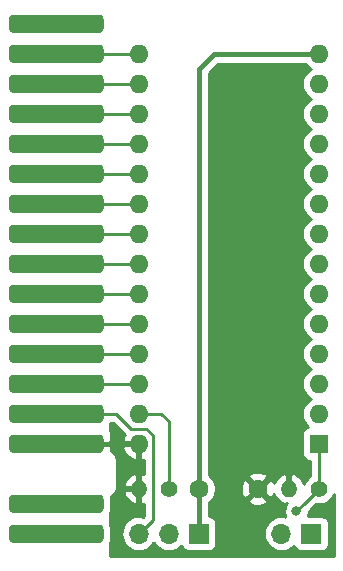
<source format=gtl>
G04 #@! TF.GenerationSoftware,KiCad,Pcbnew,(5.1.2-1)-1*
G04 #@! TF.CreationDate,2022-05-30T01:02:16+02:00*
G04 #@! TF.ProjectId,cart28p,63617274-3238-4702-9e6b-696361645f70,rev?*
G04 #@! TF.SameCoordinates,Original*
G04 #@! TF.FileFunction,Copper,L1,Top*
G04 #@! TF.FilePolarity,Positive*
%FSLAX46Y46*%
G04 Gerber Fmt 4.6, Leading zero omitted, Abs format (unit mm)*
G04 Created by KiCad (PCBNEW (5.1.2-1)-1) date 2022-05-30 01:02:16*
%MOMM*%
%LPD*%
G04 APERTURE LIST*
%ADD10C,0.150000*%
%ADD11C,1.524000*%
%ADD12R,1.600000X1.600000*%
%ADD13O,1.600000X1.600000*%
%ADD14C,1.600000*%
%ADD15O,1.400000X1.400000*%
%ADD16C,1.400000*%
%ADD17O,1.700000X1.700000*%
%ADD18R,1.700000X1.700000*%
%ADD19C,0.800000*%
%ADD20C,0.400000*%
%ADD21C,0.250000*%
%ADD22C,0.254000*%
G04 APERTURE END LIST*
D10*
G36*
X63346345Y-29719835D02*
G01*
X63383329Y-29725321D01*
X63419598Y-29734406D01*
X63454802Y-29747002D01*
X63488602Y-29762988D01*
X63520672Y-29782210D01*
X63550704Y-29804483D01*
X63578408Y-29829592D01*
X63603517Y-29857296D01*
X63625790Y-29887328D01*
X63645012Y-29919398D01*
X63660998Y-29953198D01*
X63673594Y-29988402D01*
X63682679Y-30024671D01*
X63688165Y-30061655D01*
X63690000Y-30099000D01*
X63690000Y-30861000D01*
X63688165Y-30898345D01*
X63682679Y-30935329D01*
X63673594Y-30971598D01*
X63660998Y-31006802D01*
X63645012Y-31040602D01*
X63625790Y-31072672D01*
X63603517Y-31102704D01*
X63578408Y-31130408D01*
X63550704Y-31155517D01*
X63520672Y-31177790D01*
X63488602Y-31197012D01*
X63454802Y-31212998D01*
X63419598Y-31225594D01*
X63383329Y-31234679D01*
X63346345Y-31240165D01*
X63309000Y-31242000D01*
X56071000Y-31242000D01*
X56033655Y-31240165D01*
X55996671Y-31234679D01*
X55960402Y-31225594D01*
X55925198Y-31212998D01*
X55891398Y-31197012D01*
X55859328Y-31177790D01*
X55829296Y-31155517D01*
X55801592Y-31130408D01*
X55776483Y-31102704D01*
X55754210Y-31072672D01*
X55734988Y-31040602D01*
X55719002Y-31006802D01*
X55706406Y-30971598D01*
X55697321Y-30935329D01*
X55691835Y-30898345D01*
X55690000Y-30861000D01*
X55690000Y-30099000D01*
X55691835Y-30061655D01*
X55697321Y-30024671D01*
X55706406Y-29988402D01*
X55719002Y-29953198D01*
X55734988Y-29919398D01*
X55754210Y-29887328D01*
X55776483Y-29857296D01*
X55801592Y-29829592D01*
X55829296Y-29804483D01*
X55859328Y-29782210D01*
X55891398Y-29762988D01*
X55925198Y-29747002D01*
X55960402Y-29734406D01*
X55996671Y-29725321D01*
X56033655Y-29719835D01*
X56071000Y-29718000D01*
X63309000Y-29718000D01*
X63346345Y-29719835D01*
X63346345Y-29719835D01*
G37*
D11*
X59690000Y-30480000D03*
D10*
G36*
X63346345Y-32259835D02*
G01*
X63383329Y-32265321D01*
X63419598Y-32274406D01*
X63454802Y-32287002D01*
X63488602Y-32302988D01*
X63520672Y-32322210D01*
X63550704Y-32344483D01*
X63578408Y-32369592D01*
X63603517Y-32397296D01*
X63625790Y-32427328D01*
X63645012Y-32459398D01*
X63660998Y-32493198D01*
X63673594Y-32528402D01*
X63682679Y-32564671D01*
X63688165Y-32601655D01*
X63690000Y-32639000D01*
X63690000Y-33401000D01*
X63688165Y-33438345D01*
X63682679Y-33475329D01*
X63673594Y-33511598D01*
X63660998Y-33546802D01*
X63645012Y-33580602D01*
X63625790Y-33612672D01*
X63603517Y-33642704D01*
X63578408Y-33670408D01*
X63550704Y-33695517D01*
X63520672Y-33717790D01*
X63488602Y-33737012D01*
X63454802Y-33752998D01*
X63419598Y-33765594D01*
X63383329Y-33774679D01*
X63346345Y-33780165D01*
X63309000Y-33782000D01*
X56071000Y-33782000D01*
X56033655Y-33780165D01*
X55996671Y-33774679D01*
X55960402Y-33765594D01*
X55925198Y-33752998D01*
X55891398Y-33737012D01*
X55859328Y-33717790D01*
X55829296Y-33695517D01*
X55801592Y-33670408D01*
X55776483Y-33642704D01*
X55754210Y-33612672D01*
X55734988Y-33580602D01*
X55719002Y-33546802D01*
X55706406Y-33511598D01*
X55697321Y-33475329D01*
X55691835Y-33438345D01*
X55690000Y-33401000D01*
X55690000Y-32639000D01*
X55691835Y-32601655D01*
X55697321Y-32564671D01*
X55706406Y-32528402D01*
X55719002Y-32493198D01*
X55734988Y-32459398D01*
X55754210Y-32427328D01*
X55776483Y-32397296D01*
X55801592Y-32369592D01*
X55829296Y-32344483D01*
X55859328Y-32322210D01*
X55891398Y-32302988D01*
X55925198Y-32287002D01*
X55960402Y-32274406D01*
X55996671Y-32265321D01*
X56033655Y-32259835D01*
X56071000Y-32258000D01*
X63309000Y-32258000D01*
X63346345Y-32259835D01*
X63346345Y-32259835D01*
G37*
D11*
X59690000Y-33020000D03*
D10*
G36*
X63346345Y-34799835D02*
G01*
X63383329Y-34805321D01*
X63419598Y-34814406D01*
X63454802Y-34827002D01*
X63488602Y-34842988D01*
X63520672Y-34862210D01*
X63550704Y-34884483D01*
X63578408Y-34909592D01*
X63603517Y-34937296D01*
X63625790Y-34967328D01*
X63645012Y-34999398D01*
X63660998Y-35033198D01*
X63673594Y-35068402D01*
X63682679Y-35104671D01*
X63688165Y-35141655D01*
X63690000Y-35179000D01*
X63690000Y-35941000D01*
X63688165Y-35978345D01*
X63682679Y-36015329D01*
X63673594Y-36051598D01*
X63660998Y-36086802D01*
X63645012Y-36120602D01*
X63625790Y-36152672D01*
X63603517Y-36182704D01*
X63578408Y-36210408D01*
X63550704Y-36235517D01*
X63520672Y-36257790D01*
X63488602Y-36277012D01*
X63454802Y-36292998D01*
X63419598Y-36305594D01*
X63383329Y-36314679D01*
X63346345Y-36320165D01*
X63309000Y-36322000D01*
X56071000Y-36322000D01*
X56033655Y-36320165D01*
X55996671Y-36314679D01*
X55960402Y-36305594D01*
X55925198Y-36292998D01*
X55891398Y-36277012D01*
X55859328Y-36257790D01*
X55829296Y-36235517D01*
X55801592Y-36210408D01*
X55776483Y-36182704D01*
X55754210Y-36152672D01*
X55734988Y-36120602D01*
X55719002Y-36086802D01*
X55706406Y-36051598D01*
X55697321Y-36015329D01*
X55691835Y-35978345D01*
X55690000Y-35941000D01*
X55690000Y-35179000D01*
X55691835Y-35141655D01*
X55697321Y-35104671D01*
X55706406Y-35068402D01*
X55719002Y-35033198D01*
X55734988Y-34999398D01*
X55754210Y-34967328D01*
X55776483Y-34937296D01*
X55801592Y-34909592D01*
X55829296Y-34884483D01*
X55859328Y-34862210D01*
X55891398Y-34842988D01*
X55925198Y-34827002D01*
X55960402Y-34814406D01*
X55996671Y-34805321D01*
X56033655Y-34799835D01*
X56071000Y-34798000D01*
X63309000Y-34798000D01*
X63346345Y-34799835D01*
X63346345Y-34799835D01*
G37*
D11*
X59690000Y-35560000D03*
D10*
G36*
X63346345Y-37339835D02*
G01*
X63383329Y-37345321D01*
X63419598Y-37354406D01*
X63454802Y-37367002D01*
X63488602Y-37382988D01*
X63520672Y-37402210D01*
X63550704Y-37424483D01*
X63578408Y-37449592D01*
X63603517Y-37477296D01*
X63625790Y-37507328D01*
X63645012Y-37539398D01*
X63660998Y-37573198D01*
X63673594Y-37608402D01*
X63682679Y-37644671D01*
X63688165Y-37681655D01*
X63690000Y-37719000D01*
X63690000Y-38481000D01*
X63688165Y-38518345D01*
X63682679Y-38555329D01*
X63673594Y-38591598D01*
X63660998Y-38626802D01*
X63645012Y-38660602D01*
X63625790Y-38692672D01*
X63603517Y-38722704D01*
X63578408Y-38750408D01*
X63550704Y-38775517D01*
X63520672Y-38797790D01*
X63488602Y-38817012D01*
X63454802Y-38832998D01*
X63419598Y-38845594D01*
X63383329Y-38854679D01*
X63346345Y-38860165D01*
X63309000Y-38862000D01*
X56071000Y-38862000D01*
X56033655Y-38860165D01*
X55996671Y-38854679D01*
X55960402Y-38845594D01*
X55925198Y-38832998D01*
X55891398Y-38817012D01*
X55859328Y-38797790D01*
X55829296Y-38775517D01*
X55801592Y-38750408D01*
X55776483Y-38722704D01*
X55754210Y-38692672D01*
X55734988Y-38660602D01*
X55719002Y-38626802D01*
X55706406Y-38591598D01*
X55697321Y-38555329D01*
X55691835Y-38518345D01*
X55690000Y-38481000D01*
X55690000Y-37719000D01*
X55691835Y-37681655D01*
X55697321Y-37644671D01*
X55706406Y-37608402D01*
X55719002Y-37573198D01*
X55734988Y-37539398D01*
X55754210Y-37507328D01*
X55776483Y-37477296D01*
X55801592Y-37449592D01*
X55829296Y-37424483D01*
X55859328Y-37402210D01*
X55891398Y-37382988D01*
X55925198Y-37367002D01*
X55960402Y-37354406D01*
X55996671Y-37345321D01*
X56033655Y-37339835D01*
X56071000Y-37338000D01*
X63309000Y-37338000D01*
X63346345Y-37339835D01*
X63346345Y-37339835D01*
G37*
D11*
X59690000Y-38100000D03*
D10*
G36*
X63346345Y-39879835D02*
G01*
X63383329Y-39885321D01*
X63419598Y-39894406D01*
X63454802Y-39907002D01*
X63488602Y-39922988D01*
X63520672Y-39942210D01*
X63550704Y-39964483D01*
X63578408Y-39989592D01*
X63603517Y-40017296D01*
X63625790Y-40047328D01*
X63645012Y-40079398D01*
X63660998Y-40113198D01*
X63673594Y-40148402D01*
X63682679Y-40184671D01*
X63688165Y-40221655D01*
X63690000Y-40259000D01*
X63690000Y-41021000D01*
X63688165Y-41058345D01*
X63682679Y-41095329D01*
X63673594Y-41131598D01*
X63660998Y-41166802D01*
X63645012Y-41200602D01*
X63625790Y-41232672D01*
X63603517Y-41262704D01*
X63578408Y-41290408D01*
X63550704Y-41315517D01*
X63520672Y-41337790D01*
X63488602Y-41357012D01*
X63454802Y-41372998D01*
X63419598Y-41385594D01*
X63383329Y-41394679D01*
X63346345Y-41400165D01*
X63309000Y-41402000D01*
X56071000Y-41402000D01*
X56033655Y-41400165D01*
X55996671Y-41394679D01*
X55960402Y-41385594D01*
X55925198Y-41372998D01*
X55891398Y-41357012D01*
X55859328Y-41337790D01*
X55829296Y-41315517D01*
X55801592Y-41290408D01*
X55776483Y-41262704D01*
X55754210Y-41232672D01*
X55734988Y-41200602D01*
X55719002Y-41166802D01*
X55706406Y-41131598D01*
X55697321Y-41095329D01*
X55691835Y-41058345D01*
X55690000Y-41021000D01*
X55690000Y-40259000D01*
X55691835Y-40221655D01*
X55697321Y-40184671D01*
X55706406Y-40148402D01*
X55719002Y-40113198D01*
X55734988Y-40079398D01*
X55754210Y-40047328D01*
X55776483Y-40017296D01*
X55801592Y-39989592D01*
X55829296Y-39964483D01*
X55859328Y-39942210D01*
X55891398Y-39922988D01*
X55925198Y-39907002D01*
X55960402Y-39894406D01*
X55996671Y-39885321D01*
X56033655Y-39879835D01*
X56071000Y-39878000D01*
X63309000Y-39878000D01*
X63346345Y-39879835D01*
X63346345Y-39879835D01*
G37*
D11*
X59690000Y-40640000D03*
D10*
G36*
X63346345Y-42419835D02*
G01*
X63383329Y-42425321D01*
X63419598Y-42434406D01*
X63454802Y-42447002D01*
X63488602Y-42462988D01*
X63520672Y-42482210D01*
X63550704Y-42504483D01*
X63578408Y-42529592D01*
X63603517Y-42557296D01*
X63625790Y-42587328D01*
X63645012Y-42619398D01*
X63660998Y-42653198D01*
X63673594Y-42688402D01*
X63682679Y-42724671D01*
X63688165Y-42761655D01*
X63690000Y-42799000D01*
X63690000Y-43561000D01*
X63688165Y-43598345D01*
X63682679Y-43635329D01*
X63673594Y-43671598D01*
X63660998Y-43706802D01*
X63645012Y-43740602D01*
X63625790Y-43772672D01*
X63603517Y-43802704D01*
X63578408Y-43830408D01*
X63550704Y-43855517D01*
X63520672Y-43877790D01*
X63488602Y-43897012D01*
X63454802Y-43912998D01*
X63419598Y-43925594D01*
X63383329Y-43934679D01*
X63346345Y-43940165D01*
X63309000Y-43942000D01*
X56071000Y-43942000D01*
X56033655Y-43940165D01*
X55996671Y-43934679D01*
X55960402Y-43925594D01*
X55925198Y-43912998D01*
X55891398Y-43897012D01*
X55859328Y-43877790D01*
X55829296Y-43855517D01*
X55801592Y-43830408D01*
X55776483Y-43802704D01*
X55754210Y-43772672D01*
X55734988Y-43740602D01*
X55719002Y-43706802D01*
X55706406Y-43671598D01*
X55697321Y-43635329D01*
X55691835Y-43598345D01*
X55690000Y-43561000D01*
X55690000Y-42799000D01*
X55691835Y-42761655D01*
X55697321Y-42724671D01*
X55706406Y-42688402D01*
X55719002Y-42653198D01*
X55734988Y-42619398D01*
X55754210Y-42587328D01*
X55776483Y-42557296D01*
X55801592Y-42529592D01*
X55829296Y-42504483D01*
X55859328Y-42482210D01*
X55891398Y-42462988D01*
X55925198Y-42447002D01*
X55960402Y-42434406D01*
X55996671Y-42425321D01*
X56033655Y-42419835D01*
X56071000Y-42418000D01*
X63309000Y-42418000D01*
X63346345Y-42419835D01*
X63346345Y-42419835D01*
G37*
D11*
X59690000Y-43180000D03*
D10*
G36*
X63346345Y-44959835D02*
G01*
X63383329Y-44965321D01*
X63419598Y-44974406D01*
X63454802Y-44987002D01*
X63488602Y-45002988D01*
X63520672Y-45022210D01*
X63550704Y-45044483D01*
X63578408Y-45069592D01*
X63603517Y-45097296D01*
X63625790Y-45127328D01*
X63645012Y-45159398D01*
X63660998Y-45193198D01*
X63673594Y-45228402D01*
X63682679Y-45264671D01*
X63688165Y-45301655D01*
X63690000Y-45339000D01*
X63690000Y-46101000D01*
X63688165Y-46138345D01*
X63682679Y-46175329D01*
X63673594Y-46211598D01*
X63660998Y-46246802D01*
X63645012Y-46280602D01*
X63625790Y-46312672D01*
X63603517Y-46342704D01*
X63578408Y-46370408D01*
X63550704Y-46395517D01*
X63520672Y-46417790D01*
X63488602Y-46437012D01*
X63454802Y-46452998D01*
X63419598Y-46465594D01*
X63383329Y-46474679D01*
X63346345Y-46480165D01*
X63309000Y-46482000D01*
X56071000Y-46482000D01*
X56033655Y-46480165D01*
X55996671Y-46474679D01*
X55960402Y-46465594D01*
X55925198Y-46452998D01*
X55891398Y-46437012D01*
X55859328Y-46417790D01*
X55829296Y-46395517D01*
X55801592Y-46370408D01*
X55776483Y-46342704D01*
X55754210Y-46312672D01*
X55734988Y-46280602D01*
X55719002Y-46246802D01*
X55706406Y-46211598D01*
X55697321Y-46175329D01*
X55691835Y-46138345D01*
X55690000Y-46101000D01*
X55690000Y-45339000D01*
X55691835Y-45301655D01*
X55697321Y-45264671D01*
X55706406Y-45228402D01*
X55719002Y-45193198D01*
X55734988Y-45159398D01*
X55754210Y-45127328D01*
X55776483Y-45097296D01*
X55801592Y-45069592D01*
X55829296Y-45044483D01*
X55859328Y-45022210D01*
X55891398Y-45002988D01*
X55925198Y-44987002D01*
X55960402Y-44974406D01*
X55996671Y-44965321D01*
X56033655Y-44959835D01*
X56071000Y-44958000D01*
X63309000Y-44958000D01*
X63346345Y-44959835D01*
X63346345Y-44959835D01*
G37*
D11*
X59690000Y-45720000D03*
D10*
G36*
X63346345Y-47499835D02*
G01*
X63383329Y-47505321D01*
X63419598Y-47514406D01*
X63454802Y-47527002D01*
X63488602Y-47542988D01*
X63520672Y-47562210D01*
X63550704Y-47584483D01*
X63578408Y-47609592D01*
X63603517Y-47637296D01*
X63625790Y-47667328D01*
X63645012Y-47699398D01*
X63660998Y-47733198D01*
X63673594Y-47768402D01*
X63682679Y-47804671D01*
X63688165Y-47841655D01*
X63690000Y-47879000D01*
X63690000Y-48641000D01*
X63688165Y-48678345D01*
X63682679Y-48715329D01*
X63673594Y-48751598D01*
X63660998Y-48786802D01*
X63645012Y-48820602D01*
X63625790Y-48852672D01*
X63603517Y-48882704D01*
X63578408Y-48910408D01*
X63550704Y-48935517D01*
X63520672Y-48957790D01*
X63488602Y-48977012D01*
X63454802Y-48992998D01*
X63419598Y-49005594D01*
X63383329Y-49014679D01*
X63346345Y-49020165D01*
X63309000Y-49022000D01*
X56071000Y-49022000D01*
X56033655Y-49020165D01*
X55996671Y-49014679D01*
X55960402Y-49005594D01*
X55925198Y-48992998D01*
X55891398Y-48977012D01*
X55859328Y-48957790D01*
X55829296Y-48935517D01*
X55801592Y-48910408D01*
X55776483Y-48882704D01*
X55754210Y-48852672D01*
X55734988Y-48820602D01*
X55719002Y-48786802D01*
X55706406Y-48751598D01*
X55697321Y-48715329D01*
X55691835Y-48678345D01*
X55690000Y-48641000D01*
X55690000Y-47879000D01*
X55691835Y-47841655D01*
X55697321Y-47804671D01*
X55706406Y-47768402D01*
X55719002Y-47733198D01*
X55734988Y-47699398D01*
X55754210Y-47667328D01*
X55776483Y-47637296D01*
X55801592Y-47609592D01*
X55829296Y-47584483D01*
X55859328Y-47562210D01*
X55891398Y-47542988D01*
X55925198Y-47527002D01*
X55960402Y-47514406D01*
X55996671Y-47505321D01*
X56033655Y-47499835D01*
X56071000Y-47498000D01*
X63309000Y-47498000D01*
X63346345Y-47499835D01*
X63346345Y-47499835D01*
G37*
D11*
X59690000Y-48260000D03*
D10*
G36*
X63346345Y-50039835D02*
G01*
X63383329Y-50045321D01*
X63419598Y-50054406D01*
X63454802Y-50067002D01*
X63488602Y-50082988D01*
X63520672Y-50102210D01*
X63550704Y-50124483D01*
X63578408Y-50149592D01*
X63603517Y-50177296D01*
X63625790Y-50207328D01*
X63645012Y-50239398D01*
X63660998Y-50273198D01*
X63673594Y-50308402D01*
X63682679Y-50344671D01*
X63688165Y-50381655D01*
X63690000Y-50419000D01*
X63690000Y-51181000D01*
X63688165Y-51218345D01*
X63682679Y-51255329D01*
X63673594Y-51291598D01*
X63660998Y-51326802D01*
X63645012Y-51360602D01*
X63625790Y-51392672D01*
X63603517Y-51422704D01*
X63578408Y-51450408D01*
X63550704Y-51475517D01*
X63520672Y-51497790D01*
X63488602Y-51517012D01*
X63454802Y-51532998D01*
X63419598Y-51545594D01*
X63383329Y-51554679D01*
X63346345Y-51560165D01*
X63309000Y-51562000D01*
X56071000Y-51562000D01*
X56033655Y-51560165D01*
X55996671Y-51554679D01*
X55960402Y-51545594D01*
X55925198Y-51532998D01*
X55891398Y-51517012D01*
X55859328Y-51497790D01*
X55829296Y-51475517D01*
X55801592Y-51450408D01*
X55776483Y-51422704D01*
X55754210Y-51392672D01*
X55734988Y-51360602D01*
X55719002Y-51326802D01*
X55706406Y-51291598D01*
X55697321Y-51255329D01*
X55691835Y-51218345D01*
X55690000Y-51181000D01*
X55690000Y-50419000D01*
X55691835Y-50381655D01*
X55697321Y-50344671D01*
X55706406Y-50308402D01*
X55719002Y-50273198D01*
X55734988Y-50239398D01*
X55754210Y-50207328D01*
X55776483Y-50177296D01*
X55801592Y-50149592D01*
X55829296Y-50124483D01*
X55859328Y-50102210D01*
X55891398Y-50082988D01*
X55925198Y-50067002D01*
X55960402Y-50054406D01*
X55996671Y-50045321D01*
X56033655Y-50039835D01*
X56071000Y-50038000D01*
X63309000Y-50038000D01*
X63346345Y-50039835D01*
X63346345Y-50039835D01*
G37*
D11*
X59690000Y-50800000D03*
D10*
G36*
X63346345Y-52579835D02*
G01*
X63383329Y-52585321D01*
X63419598Y-52594406D01*
X63454802Y-52607002D01*
X63488602Y-52622988D01*
X63520672Y-52642210D01*
X63550704Y-52664483D01*
X63578408Y-52689592D01*
X63603517Y-52717296D01*
X63625790Y-52747328D01*
X63645012Y-52779398D01*
X63660998Y-52813198D01*
X63673594Y-52848402D01*
X63682679Y-52884671D01*
X63688165Y-52921655D01*
X63690000Y-52959000D01*
X63690000Y-53721000D01*
X63688165Y-53758345D01*
X63682679Y-53795329D01*
X63673594Y-53831598D01*
X63660998Y-53866802D01*
X63645012Y-53900602D01*
X63625790Y-53932672D01*
X63603517Y-53962704D01*
X63578408Y-53990408D01*
X63550704Y-54015517D01*
X63520672Y-54037790D01*
X63488602Y-54057012D01*
X63454802Y-54072998D01*
X63419598Y-54085594D01*
X63383329Y-54094679D01*
X63346345Y-54100165D01*
X63309000Y-54102000D01*
X56071000Y-54102000D01*
X56033655Y-54100165D01*
X55996671Y-54094679D01*
X55960402Y-54085594D01*
X55925198Y-54072998D01*
X55891398Y-54057012D01*
X55859328Y-54037790D01*
X55829296Y-54015517D01*
X55801592Y-53990408D01*
X55776483Y-53962704D01*
X55754210Y-53932672D01*
X55734988Y-53900602D01*
X55719002Y-53866802D01*
X55706406Y-53831598D01*
X55697321Y-53795329D01*
X55691835Y-53758345D01*
X55690000Y-53721000D01*
X55690000Y-52959000D01*
X55691835Y-52921655D01*
X55697321Y-52884671D01*
X55706406Y-52848402D01*
X55719002Y-52813198D01*
X55734988Y-52779398D01*
X55754210Y-52747328D01*
X55776483Y-52717296D01*
X55801592Y-52689592D01*
X55829296Y-52664483D01*
X55859328Y-52642210D01*
X55891398Y-52622988D01*
X55925198Y-52607002D01*
X55960402Y-52594406D01*
X55996671Y-52585321D01*
X56033655Y-52579835D01*
X56071000Y-52578000D01*
X63309000Y-52578000D01*
X63346345Y-52579835D01*
X63346345Y-52579835D01*
G37*
D11*
X59690000Y-53340000D03*
D10*
G36*
X63346345Y-55119835D02*
G01*
X63383329Y-55125321D01*
X63419598Y-55134406D01*
X63454802Y-55147002D01*
X63488602Y-55162988D01*
X63520672Y-55182210D01*
X63550704Y-55204483D01*
X63578408Y-55229592D01*
X63603517Y-55257296D01*
X63625790Y-55287328D01*
X63645012Y-55319398D01*
X63660998Y-55353198D01*
X63673594Y-55388402D01*
X63682679Y-55424671D01*
X63688165Y-55461655D01*
X63690000Y-55499000D01*
X63690000Y-56261000D01*
X63688165Y-56298345D01*
X63682679Y-56335329D01*
X63673594Y-56371598D01*
X63660998Y-56406802D01*
X63645012Y-56440602D01*
X63625790Y-56472672D01*
X63603517Y-56502704D01*
X63578408Y-56530408D01*
X63550704Y-56555517D01*
X63520672Y-56577790D01*
X63488602Y-56597012D01*
X63454802Y-56612998D01*
X63419598Y-56625594D01*
X63383329Y-56634679D01*
X63346345Y-56640165D01*
X63309000Y-56642000D01*
X56071000Y-56642000D01*
X56033655Y-56640165D01*
X55996671Y-56634679D01*
X55960402Y-56625594D01*
X55925198Y-56612998D01*
X55891398Y-56597012D01*
X55859328Y-56577790D01*
X55829296Y-56555517D01*
X55801592Y-56530408D01*
X55776483Y-56502704D01*
X55754210Y-56472672D01*
X55734988Y-56440602D01*
X55719002Y-56406802D01*
X55706406Y-56371598D01*
X55697321Y-56335329D01*
X55691835Y-56298345D01*
X55690000Y-56261000D01*
X55690000Y-55499000D01*
X55691835Y-55461655D01*
X55697321Y-55424671D01*
X55706406Y-55388402D01*
X55719002Y-55353198D01*
X55734988Y-55319398D01*
X55754210Y-55287328D01*
X55776483Y-55257296D01*
X55801592Y-55229592D01*
X55829296Y-55204483D01*
X55859328Y-55182210D01*
X55891398Y-55162988D01*
X55925198Y-55147002D01*
X55960402Y-55134406D01*
X55996671Y-55125321D01*
X56033655Y-55119835D01*
X56071000Y-55118000D01*
X63309000Y-55118000D01*
X63346345Y-55119835D01*
X63346345Y-55119835D01*
G37*
D11*
X59690000Y-55880000D03*
D10*
G36*
X63346345Y-57659835D02*
G01*
X63383329Y-57665321D01*
X63419598Y-57674406D01*
X63454802Y-57687002D01*
X63488602Y-57702988D01*
X63520672Y-57722210D01*
X63550704Y-57744483D01*
X63578408Y-57769592D01*
X63603517Y-57797296D01*
X63625790Y-57827328D01*
X63645012Y-57859398D01*
X63660998Y-57893198D01*
X63673594Y-57928402D01*
X63682679Y-57964671D01*
X63688165Y-58001655D01*
X63690000Y-58039000D01*
X63690000Y-58801000D01*
X63688165Y-58838345D01*
X63682679Y-58875329D01*
X63673594Y-58911598D01*
X63660998Y-58946802D01*
X63645012Y-58980602D01*
X63625790Y-59012672D01*
X63603517Y-59042704D01*
X63578408Y-59070408D01*
X63550704Y-59095517D01*
X63520672Y-59117790D01*
X63488602Y-59137012D01*
X63454802Y-59152998D01*
X63419598Y-59165594D01*
X63383329Y-59174679D01*
X63346345Y-59180165D01*
X63309000Y-59182000D01*
X56071000Y-59182000D01*
X56033655Y-59180165D01*
X55996671Y-59174679D01*
X55960402Y-59165594D01*
X55925198Y-59152998D01*
X55891398Y-59137012D01*
X55859328Y-59117790D01*
X55829296Y-59095517D01*
X55801592Y-59070408D01*
X55776483Y-59042704D01*
X55754210Y-59012672D01*
X55734988Y-58980602D01*
X55719002Y-58946802D01*
X55706406Y-58911598D01*
X55697321Y-58875329D01*
X55691835Y-58838345D01*
X55690000Y-58801000D01*
X55690000Y-58039000D01*
X55691835Y-58001655D01*
X55697321Y-57964671D01*
X55706406Y-57928402D01*
X55719002Y-57893198D01*
X55734988Y-57859398D01*
X55754210Y-57827328D01*
X55776483Y-57797296D01*
X55801592Y-57769592D01*
X55829296Y-57744483D01*
X55859328Y-57722210D01*
X55891398Y-57702988D01*
X55925198Y-57687002D01*
X55960402Y-57674406D01*
X55996671Y-57665321D01*
X56033655Y-57659835D01*
X56071000Y-57658000D01*
X63309000Y-57658000D01*
X63346345Y-57659835D01*
X63346345Y-57659835D01*
G37*
D11*
X59690000Y-58420000D03*
D10*
G36*
X63346345Y-60199835D02*
G01*
X63383329Y-60205321D01*
X63419598Y-60214406D01*
X63454802Y-60227002D01*
X63488602Y-60242988D01*
X63520672Y-60262210D01*
X63550704Y-60284483D01*
X63578408Y-60309592D01*
X63603517Y-60337296D01*
X63625790Y-60367328D01*
X63645012Y-60399398D01*
X63660998Y-60433198D01*
X63673594Y-60468402D01*
X63682679Y-60504671D01*
X63688165Y-60541655D01*
X63690000Y-60579000D01*
X63690000Y-61341000D01*
X63688165Y-61378345D01*
X63682679Y-61415329D01*
X63673594Y-61451598D01*
X63660998Y-61486802D01*
X63645012Y-61520602D01*
X63625790Y-61552672D01*
X63603517Y-61582704D01*
X63578408Y-61610408D01*
X63550704Y-61635517D01*
X63520672Y-61657790D01*
X63488602Y-61677012D01*
X63454802Y-61692998D01*
X63419598Y-61705594D01*
X63383329Y-61714679D01*
X63346345Y-61720165D01*
X63309000Y-61722000D01*
X56071000Y-61722000D01*
X56033655Y-61720165D01*
X55996671Y-61714679D01*
X55960402Y-61705594D01*
X55925198Y-61692998D01*
X55891398Y-61677012D01*
X55859328Y-61657790D01*
X55829296Y-61635517D01*
X55801592Y-61610408D01*
X55776483Y-61582704D01*
X55754210Y-61552672D01*
X55734988Y-61520602D01*
X55719002Y-61486802D01*
X55706406Y-61451598D01*
X55697321Y-61415329D01*
X55691835Y-61378345D01*
X55690000Y-61341000D01*
X55690000Y-60579000D01*
X55691835Y-60541655D01*
X55697321Y-60504671D01*
X55706406Y-60468402D01*
X55719002Y-60433198D01*
X55734988Y-60399398D01*
X55754210Y-60367328D01*
X55776483Y-60337296D01*
X55801592Y-60309592D01*
X55829296Y-60284483D01*
X55859328Y-60262210D01*
X55891398Y-60242988D01*
X55925198Y-60227002D01*
X55960402Y-60214406D01*
X55996671Y-60205321D01*
X56033655Y-60199835D01*
X56071000Y-60198000D01*
X63309000Y-60198000D01*
X63346345Y-60199835D01*
X63346345Y-60199835D01*
G37*
D11*
X59690000Y-60960000D03*
D10*
G36*
X63346345Y-62739835D02*
G01*
X63383329Y-62745321D01*
X63419598Y-62754406D01*
X63454802Y-62767002D01*
X63488602Y-62782988D01*
X63520672Y-62802210D01*
X63550704Y-62824483D01*
X63578408Y-62849592D01*
X63603517Y-62877296D01*
X63625790Y-62907328D01*
X63645012Y-62939398D01*
X63660998Y-62973198D01*
X63673594Y-63008402D01*
X63682679Y-63044671D01*
X63688165Y-63081655D01*
X63690000Y-63119000D01*
X63690000Y-63881000D01*
X63688165Y-63918345D01*
X63682679Y-63955329D01*
X63673594Y-63991598D01*
X63660998Y-64026802D01*
X63645012Y-64060602D01*
X63625790Y-64092672D01*
X63603517Y-64122704D01*
X63578408Y-64150408D01*
X63550704Y-64175517D01*
X63520672Y-64197790D01*
X63488602Y-64217012D01*
X63454802Y-64232998D01*
X63419598Y-64245594D01*
X63383329Y-64254679D01*
X63346345Y-64260165D01*
X63309000Y-64262000D01*
X56071000Y-64262000D01*
X56033655Y-64260165D01*
X55996671Y-64254679D01*
X55960402Y-64245594D01*
X55925198Y-64232998D01*
X55891398Y-64217012D01*
X55859328Y-64197790D01*
X55829296Y-64175517D01*
X55801592Y-64150408D01*
X55776483Y-64122704D01*
X55754210Y-64092672D01*
X55734988Y-64060602D01*
X55719002Y-64026802D01*
X55706406Y-63991598D01*
X55697321Y-63955329D01*
X55691835Y-63918345D01*
X55690000Y-63881000D01*
X55690000Y-63119000D01*
X55691835Y-63081655D01*
X55697321Y-63044671D01*
X55706406Y-63008402D01*
X55719002Y-62973198D01*
X55734988Y-62939398D01*
X55754210Y-62907328D01*
X55776483Y-62877296D01*
X55801592Y-62849592D01*
X55829296Y-62824483D01*
X55859328Y-62802210D01*
X55891398Y-62782988D01*
X55925198Y-62767002D01*
X55960402Y-62754406D01*
X55996671Y-62745321D01*
X56033655Y-62739835D01*
X56071000Y-62738000D01*
X63309000Y-62738000D01*
X63346345Y-62739835D01*
X63346345Y-62739835D01*
G37*
D11*
X59690000Y-63500000D03*
D10*
G36*
X63346345Y-65279835D02*
G01*
X63383329Y-65285321D01*
X63419598Y-65294406D01*
X63454802Y-65307002D01*
X63488602Y-65322988D01*
X63520672Y-65342210D01*
X63550704Y-65364483D01*
X63578408Y-65389592D01*
X63603517Y-65417296D01*
X63625790Y-65447328D01*
X63645012Y-65479398D01*
X63660998Y-65513198D01*
X63673594Y-65548402D01*
X63682679Y-65584671D01*
X63688165Y-65621655D01*
X63690000Y-65659000D01*
X63690000Y-66421000D01*
X63688165Y-66458345D01*
X63682679Y-66495329D01*
X63673594Y-66531598D01*
X63660998Y-66566802D01*
X63645012Y-66600602D01*
X63625790Y-66632672D01*
X63603517Y-66662704D01*
X63578408Y-66690408D01*
X63550704Y-66715517D01*
X63520672Y-66737790D01*
X63488602Y-66757012D01*
X63454802Y-66772998D01*
X63419598Y-66785594D01*
X63383329Y-66794679D01*
X63346345Y-66800165D01*
X63309000Y-66802000D01*
X56071000Y-66802000D01*
X56033655Y-66800165D01*
X55996671Y-66794679D01*
X55960402Y-66785594D01*
X55925198Y-66772998D01*
X55891398Y-66757012D01*
X55859328Y-66737790D01*
X55829296Y-66715517D01*
X55801592Y-66690408D01*
X55776483Y-66662704D01*
X55754210Y-66632672D01*
X55734988Y-66600602D01*
X55719002Y-66566802D01*
X55706406Y-66531598D01*
X55697321Y-66495329D01*
X55691835Y-66458345D01*
X55690000Y-66421000D01*
X55690000Y-65659000D01*
X55691835Y-65621655D01*
X55697321Y-65584671D01*
X55706406Y-65548402D01*
X55719002Y-65513198D01*
X55734988Y-65479398D01*
X55754210Y-65447328D01*
X55776483Y-65417296D01*
X55801592Y-65389592D01*
X55829296Y-65364483D01*
X55859328Y-65342210D01*
X55891398Y-65322988D01*
X55925198Y-65307002D01*
X55960402Y-65294406D01*
X55996671Y-65285321D01*
X56033655Y-65279835D01*
X56071000Y-65278000D01*
X63309000Y-65278000D01*
X63346345Y-65279835D01*
X63346345Y-65279835D01*
G37*
D11*
X59690000Y-66040000D03*
D10*
G36*
X63346345Y-70359835D02*
G01*
X63383329Y-70365321D01*
X63419598Y-70374406D01*
X63454802Y-70387002D01*
X63488602Y-70402988D01*
X63520672Y-70422210D01*
X63550704Y-70444483D01*
X63578408Y-70469592D01*
X63603517Y-70497296D01*
X63625790Y-70527328D01*
X63645012Y-70559398D01*
X63660998Y-70593198D01*
X63673594Y-70628402D01*
X63682679Y-70664671D01*
X63688165Y-70701655D01*
X63690000Y-70739000D01*
X63690000Y-71501000D01*
X63688165Y-71538345D01*
X63682679Y-71575329D01*
X63673594Y-71611598D01*
X63660998Y-71646802D01*
X63645012Y-71680602D01*
X63625790Y-71712672D01*
X63603517Y-71742704D01*
X63578408Y-71770408D01*
X63550704Y-71795517D01*
X63520672Y-71817790D01*
X63488602Y-71837012D01*
X63454802Y-71852998D01*
X63419598Y-71865594D01*
X63383329Y-71874679D01*
X63346345Y-71880165D01*
X63309000Y-71882000D01*
X56071000Y-71882000D01*
X56033655Y-71880165D01*
X55996671Y-71874679D01*
X55960402Y-71865594D01*
X55925198Y-71852998D01*
X55891398Y-71837012D01*
X55859328Y-71817790D01*
X55829296Y-71795517D01*
X55801592Y-71770408D01*
X55776483Y-71742704D01*
X55754210Y-71712672D01*
X55734988Y-71680602D01*
X55719002Y-71646802D01*
X55706406Y-71611598D01*
X55697321Y-71575329D01*
X55691835Y-71538345D01*
X55690000Y-71501000D01*
X55690000Y-70739000D01*
X55691835Y-70701655D01*
X55697321Y-70664671D01*
X55706406Y-70628402D01*
X55719002Y-70593198D01*
X55734988Y-70559398D01*
X55754210Y-70527328D01*
X55776483Y-70497296D01*
X55801592Y-70469592D01*
X55829296Y-70444483D01*
X55859328Y-70422210D01*
X55891398Y-70402988D01*
X55925198Y-70387002D01*
X55960402Y-70374406D01*
X55996671Y-70365321D01*
X56033655Y-70359835D01*
X56071000Y-70358000D01*
X63309000Y-70358000D01*
X63346345Y-70359835D01*
X63346345Y-70359835D01*
G37*
D11*
X59690000Y-71120000D03*
D10*
G36*
X63346345Y-72899835D02*
G01*
X63383329Y-72905321D01*
X63419598Y-72914406D01*
X63454802Y-72927002D01*
X63488602Y-72942988D01*
X63520672Y-72962210D01*
X63550704Y-72984483D01*
X63578408Y-73009592D01*
X63603517Y-73037296D01*
X63625790Y-73067328D01*
X63645012Y-73099398D01*
X63660998Y-73133198D01*
X63673594Y-73168402D01*
X63682679Y-73204671D01*
X63688165Y-73241655D01*
X63690000Y-73279000D01*
X63690000Y-74041000D01*
X63688165Y-74078345D01*
X63682679Y-74115329D01*
X63673594Y-74151598D01*
X63660998Y-74186802D01*
X63645012Y-74220602D01*
X63625790Y-74252672D01*
X63603517Y-74282704D01*
X63578408Y-74310408D01*
X63550704Y-74335517D01*
X63520672Y-74357790D01*
X63488602Y-74377012D01*
X63454802Y-74392998D01*
X63419598Y-74405594D01*
X63383329Y-74414679D01*
X63346345Y-74420165D01*
X63309000Y-74422000D01*
X56071000Y-74422000D01*
X56033655Y-74420165D01*
X55996671Y-74414679D01*
X55960402Y-74405594D01*
X55925198Y-74392998D01*
X55891398Y-74377012D01*
X55859328Y-74357790D01*
X55829296Y-74335517D01*
X55801592Y-74310408D01*
X55776483Y-74282704D01*
X55754210Y-74252672D01*
X55734988Y-74220602D01*
X55719002Y-74186802D01*
X55706406Y-74151598D01*
X55697321Y-74115329D01*
X55691835Y-74078345D01*
X55690000Y-74041000D01*
X55690000Y-73279000D01*
X55691835Y-73241655D01*
X55697321Y-73204671D01*
X55706406Y-73168402D01*
X55719002Y-73133198D01*
X55734988Y-73099398D01*
X55754210Y-73067328D01*
X55776483Y-73037296D01*
X55801592Y-73009592D01*
X55829296Y-72984483D01*
X55859328Y-72962210D01*
X55891398Y-72942988D01*
X55925198Y-72927002D01*
X55960402Y-72914406D01*
X55996671Y-72905321D01*
X56033655Y-72899835D01*
X56071000Y-72898000D01*
X63309000Y-72898000D01*
X63346345Y-72899835D01*
X63346345Y-72899835D01*
G37*
D11*
X59690000Y-73660000D03*
D12*
X81915000Y-66040000D03*
D13*
X66675000Y-33020000D03*
X81915000Y-63500000D03*
X66675000Y-35560000D03*
X81915000Y-60960000D03*
X66675000Y-38100000D03*
X81915000Y-58420000D03*
X66675000Y-40640000D03*
X81915000Y-55880000D03*
X66675000Y-43180000D03*
X81915000Y-53340000D03*
X66675000Y-45720000D03*
X81915000Y-50800000D03*
X66675000Y-48260000D03*
X81915000Y-48260000D03*
X66675000Y-50800000D03*
X81915000Y-45720000D03*
X66675000Y-53340000D03*
X81915000Y-43180000D03*
X66675000Y-55880000D03*
X81915000Y-40640000D03*
X66675000Y-58420000D03*
X81915000Y-38100000D03*
X66675000Y-60960000D03*
X81915000Y-35560000D03*
X66675000Y-63500000D03*
X81915000Y-33020000D03*
X66675000Y-66040000D03*
D14*
X76755000Y-69850000D03*
X71755000Y-69850000D03*
D15*
X79375000Y-69850000D03*
D16*
X81915000Y-69850000D03*
D15*
X66675000Y-69850000D03*
D16*
X69215000Y-69850000D03*
D17*
X66675000Y-73660000D03*
X69215000Y-73660000D03*
D18*
X71755000Y-73660000D03*
D17*
X78740000Y-73660000D03*
D18*
X81280000Y-73660000D03*
D19*
X80010000Y-71755000D03*
D20*
X81915000Y-33020000D02*
X73025000Y-33020000D01*
X73025000Y-33020000D02*
X71755000Y-34290000D01*
X71755000Y-34290000D02*
X71755000Y-69850000D01*
X71755000Y-69850000D02*
X71755000Y-73660000D01*
D21*
X66675000Y-33020000D02*
X59690000Y-33020000D01*
X66675000Y-35560000D02*
X59690000Y-35560000D01*
X66675000Y-38100000D02*
X59690000Y-38100000D01*
X66675000Y-40640000D02*
X59690000Y-40640000D01*
X66675000Y-43180000D02*
X59690000Y-43180000D01*
X66675000Y-45720000D02*
X59690000Y-45720000D01*
X66675000Y-48260000D02*
X59690000Y-48260000D01*
X66675000Y-50800000D02*
X59690000Y-50800000D01*
X66675000Y-53340000D02*
X59690000Y-53340000D01*
X66675000Y-55880000D02*
X59690000Y-55880000D01*
X66675000Y-58420000D02*
X59690000Y-58420000D01*
X66675000Y-60960000D02*
X59690000Y-60960000D01*
X69215000Y-64135000D02*
X68580000Y-63500000D01*
X68580000Y-63500000D02*
X66675000Y-63500000D01*
X69215000Y-69850000D02*
X69215000Y-64135000D01*
D20*
X59690000Y-66040000D02*
X66675000Y-66040000D01*
X66675000Y-66040000D02*
X66675000Y-69850000D01*
D21*
X80010000Y-71755000D02*
X80645000Y-71120000D01*
X80645000Y-71120000D02*
X81915000Y-69850000D01*
X81915000Y-67090000D02*
X81915000Y-66040000D01*
X81915000Y-69850000D02*
X81915000Y-67090000D01*
X66040000Y-64770000D02*
X67310000Y-64770000D01*
X64770000Y-63500000D02*
X66040000Y-64770000D01*
X59690000Y-63500000D02*
X64770000Y-63500000D01*
X67524999Y-72810001D02*
X66675000Y-73660000D01*
X67850001Y-65310001D02*
X67850001Y-72484999D01*
X67850001Y-72484999D02*
X67524999Y-72810001D01*
X67310000Y-64770000D02*
X67850001Y-65310001D01*
D22*
G36*
X80895392Y-34039608D02*
G01*
X81113899Y-34218932D01*
X81246858Y-34290000D01*
X81113899Y-34361068D01*
X80895392Y-34540392D01*
X80716068Y-34758899D01*
X80582818Y-35008192D01*
X80500764Y-35278691D01*
X80473057Y-35560000D01*
X80500764Y-35841309D01*
X80582818Y-36111808D01*
X80716068Y-36361101D01*
X80895392Y-36579608D01*
X81113899Y-36758932D01*
X81246858Y-36830000D01*
X81113899Y-36901068D01*
X80895392Y-37080392D01*
X80716068Y-37298899D01*
X80582818Y-37548192D01*
X80500764Y-37818691D01*
X80473057Y-38100000D01*
X80500764Y-38381309D01*
X80582818Y-38651808D01*
X80716068Y-38901101D01*
X80895392Y-39119608D01*
X81113899Y-39298932D01*
X81246858Y-39370000D01*
X81113899Y-39441068D01*
X80895392Y-39620392D01*
X80716068Y-39838899D01*
X80582818Y-40088192D01*
X80500764Y-40358691D01*
X80473057Y-40640000D01*
X80500764Y-40921309D01*
X80582818Y-41191808D01*
X80716068Y-41441101D01*
X80895392Y-41659608D01*
X81113899Y-41838932D01*
X81246858Y-41910000D01*
X81113899Y-41981068D01*
X80895392Y-42160392D01*
X80716068Y-42378899D01*
X80582818Y-42628192D01*
X80500764Y-42898691D01*
X80473057Y-43180000D01*
X80500764Y-43461309D01*
X80582818Y-43731808D01*
X80716068Y-43981101D01*
X80895392Y-44199608D01*
X81113899Y-44378932D01*
X81246858Y-44450000D01*
X81113899Y-44521068D01*
X80895392Y-44700392D01*
X80716068Y-44918899D01*
X80582818Y-45168192D01*
X80500764Y-45438691D01*
X80473057Y-45720000D01*
X80500764Y-46001309D01*
X80582818Y-46271808D01*
X80716068Y-46521101D01*
X80895392Y-46739608D01*
X81113899Y-46918932D01*
X81246858Y-46990000D01*
X81113899Y-47061068D01*
X80895392Y-47240392D01*
X80716068Y-47458899D01*
X80582818Y-47708192D01*
X80500764Y-47978691D01*
X80473057Y-48260000D01*
X80500764Y-48541309D01*
X80582818Y-48811808D01*
X80716068Y-49061101D01*
X80895392Y-49279608D01*
X81113899Y-49458932D01*
X81246858Y-49530000D01*
X81113899Y-49601068D01*
X80895392Y-49780392D01*
X80716068Y-49998899D01*
X80582818Y-50248192D01*
X80500764Y-50518691D01*
X80473057Y-50800000D01*
X80500764Y-51081309D01*
X80582818Y-51351808D01*
X80716068Y-51601101D01*
X80895392Y-51819608D01*
X81113899Y-51998932D01*
X81246858Y-52070000D01*
X81113899Y-52141068D01*
X80895392Y-52320392D01*
X80716068Y-52538899D01*
X80582818Y-52788192D01*
X80500764Y-53058691D01*
X80473057Y-53340000D01*
X80500764Y-53621309D01*
X80582818Y-53891808D01*
X80716068Y-54141101D01*
X80895392Y-54359608D01*
X81113899Y-54538932D01*
X81246858Y-54610000D01*
X81113899Y-54681068D01*
X80895392Y-54860392D01*
X80716068Y-55078899D01*
X80582818Y-55328192D01*
X80500764Y-55598691D01*
X80473057Y-55880000D01*
X80500764Y-56161309D01*
X80582818Y-56431808D01*
X80716068Y-56681101D01*
X80895392Y-56899608D01*
X81113899Y-57078932D01*
X81246858Y-57150000D01*
X81113899Y-57221068D01*
X80895392Y-57400392D01*
X80716068Y-57618899D01*
X80582818Y-57868192D01*
X80500764Y-58138691D01*
X80473057Y-58420000D01*
X80500764Y-58701309D01*
X80582818Y-58971808D01*
X80716068Y-59221101D01*
X80895392Y-59439608D01*
X81113899Y-59618932D01*
X81246858Y-59690000D01*
X81113899Y-59761068D01*
X80895392Y-59940392D01*
X80716068Y-60158899D01*
X80582818Y-60408192D01*
X80500764Y-60678691D01*
X80473057Y-60960000D01*
X80500764Y-61241309D01*
X80582818Y-61511808D01*
X80716068Y-61761101D01*
X80895392Y-61979608D01*
X81113899Y-62158932D01*
X81246858Y-62230000D01*
X81113899Y-62301068D01*
X80895392Y-62480392D01*
X80716068Y-62698899D01*
X80582818Y-62948192D01*
X80500764Y-63218691D01*
X80473057Y-63500000D01*
X80500764Y-63781309D01*
X80582818Y-64051808D01*
X80716068Y-64301101D01*
X80895392Y-64519608D01*
X81008482Y-64612419D01*
X80990518Y-64614188D01*
X80870820Y-64650498D01*
X80760506Y-64709463D01*
X80663815Y-64788815D01*
X80584463Y-64885506D01*
X80525498Y-64995820D01*
X80489188Y-65115518D01*
X80476928Y-65240000D01*
X80476928Y-66840000D01*
X80489188Y-66964482D01*
X80525498Y-67084180D01*
X80584463Y-67194494D01*
X80663815Y-67291185D01*
X80760506Y-67370537D01*
X80870820Y-67429502D01*
X80990518Y-67465812D01*
X81115000Y-67478072D01*
X81155001Y-67478072D01*
X81155000Y-68752225D01*
X81063987Y-68813038D01*
X80878038Y-68998987D01*
X80731939Y-69217641D01*
X80642506Y-69433550D01*
X80635047Y-69408956D01*
X80524792Y-69171608D01*
X80370351Y-68960330D01*
X80177660Y-68783241D01*
X79954123Y-68647147D01*
X79708330Y-68557278D01*
X79502000Y-68679799D01*
X79502000Y-69723000D01*
X79522000Y-69723000D01*
X79522000Y-69977000D01*
X79502000Y-69977000D01*
X79502000Y-69997000D01*
X79248000Y-69997000D01*
X79248000Y-69977000D01*
X79228000Y-69977000D01*
X79228000Y-69723000D01*
X79248000Y-69723000D01*
X79248000Y-68679799D01*
X79041670Y-68557278D01*
X78795877Y-68647147D01*
X78572340Y-68783241D01*
X78379649Y-68960330D01*
X78225208Y-69171608D01*
X78118525Y-69401267D01*
X78058603Y-69233708D01*
X77991671Y-69108486D01*
X77747702Y-69036903D01*
X76934605Y-69850000D01*
X77747702Y-70663097D01*
X77991671Y-70591514D01*
X78112571Y-70336004D01*
X78120726Y-70303471D01*
X78225208Y-70528392D01*
X78379649Y-70739670D01*
X78572340Y-70916759D01*
X78795877Y-71052853D01*
X79041670Y-71142722D01*
X79247998Y-71020202D01*
X79247998Y-71053291D01*
X79206063Y-71095226D01*
X79092795Y-71264744D01*
X79014774Y-71453102D01*
X78975000Y-71653061D01*
X78975000Y-71856939D01*
X79014774Y-72056898D01*
X79078556Y-72210879D01*
X79031111Y-72196487D01*
X78812950Y-72175000D01*
X78667050Y-72175000D01*
X78448889Y-72196487D01*
X78168966Y-72281401D01*
X77910986Y-72419294D01*
X77684866Y-72604866D01*
X77499294Y-72830986D01*
X77361401Y-73088966D01*
X77276487Y-73368889D01*
X77247815Y-73660000D01*
X77276487Y-73951111D01*
X77361401Y-74231034D01*
X77499294Y-74489014D01*
X77684866Y-74715134D01*
X77910986Y-74900706D01*
X78168966Y-75038599D01*
X78448889Y-75123513D01*
X78667050Y-75145000D01*
X78812950Y-75145000D01*
X79031111Y-75123513D01*
X79311034Y-75038599D01*
X79569014Y-74900706D01*
X79795134Y-74715134D01*
X79819607Y-74685313D01*
X79840498Y-74754180D01*
X79899463Y-74864494D01*
X79978815Y-74961185D01*
X80075506Y-75040537D01*
X80185820Y-75099502D01*
X80305518Y-75135812D01*
X80430000Y-75148072D01*
X82130000Y-75148072D01*
X82254482Y-75135812D01*
X82374180Y-75099502D01*
X82484494Y-75040537D01*
X82581185Y-74961185D01*
X82660537Y-74864494D01*
X82719502Y-74754180D01*
X82755812Y-74634482D01*
X82768072Y-74510000D01*
X82768072Y-72810000D01*
X82755812Y-72685518D01*
X82719502Y-72565820D01*
X82660537Y-72455506D01*
X82581185Y-72358815D01*
X82484494Y-72279463D01*
X82374180Y-72220498D01*
X82254482Y-72184188D01*
X82130000Y-72171928D01*
X80957579Y-72171928D01*
X81005226Y-72056898D01*
X81045000Y-71856939D01*
X81045000Y-71794802D01*
X81208799Y-71631003D01*
X81208803Y-71630998D01*
X81676156Y-71163645D01*
X81783514Y-71185000D01*
X82046486Y-71185000D01*
X82304405Y-71133696D01*
X82547359Y-71033061D01*
X82766013Y-70886962D01*
X82951962Y-70701013D01*
X83098061Y-70482359D01*
X83160000Y-70332825D01*
X83160000Y-75532725D01*
X83159335Y-75539513D01*
X83154699Y-75540000D01*
X64262000Y-75540000D01*
X64262000Y-74393072D01*
X64308491Y-74239811D01*
X64328072Y-74041000D01*
X64328072Y-73279000D01*
X64308491Y-73080189D01*
X64262000Y-72926928D01*
X64262000Y-71853072D01*
X64308491Y-71699811D01*
X64328072Y-71501000D01*
X64328072Y-70739000D01*
X64308491Y-70540189D01*
X64293735Y-70491546D01*
X64388793Y-70462710D01*
X64503450Y-70401425D01*
X64603948Y-70318948D01*
X64686425Y-70218450D01*
X64705197Y-70183329D01*
X65382284Y-70183329D01*
X65414953Y-70291044D01*
X65525208Y-70528392D01*
X65679649Y-70739670D01*
X65872340Y-70916759D01*
X66095877Y-71052853D01*
X66341670Y-71142722D01*
X66548000Y-71020201D01*
X66548000Y-69977000D01*
X65505626Y-69977000D01*
X65382284Y-70183329D01*
X64705197Y-70183329D01*
X64747710Y-70103793D01*
X64785450Y-69979383D01*
X64798193Y-69850000D01*
X64795000Y-69817581D01*
X64795000Y-69516671D01*
X65382284Y-69516671D01*
X65505626Y-69723000D01*
X66548000Y-69723000D01*
X66548000Y-68679799D01*
X66341670Y-68557278D01*
X66095877Y-68647147D01*
X65872340Y-68783241D01*
X65679649Y-68960330D01*
X65525208Y-69171608D01*
X65414953Y-69408956D01*
X65382284Y-69516671D01*
X64795000Y-69516671D01*
X64795000Y-67342419D01*
X64798193Y-67310000D01*
X64785450Y-67180617D01*
X64747710Y-67056207D01*
X64686425Y-66941550D01*
X64603948Y-66841052D01*
X64503450Y-66758575D01*
X64388793Y-66697290D01*
X64327276Y-66678629D01*
X64325409Y-66389039D01*
X65283096Y-66389039D01*
X65323754Y-66523087D01*
X65443963Y-66777420D01*
X65611481Y-67003414D01*
X65819869Y-67192385D01*
X66061119Y-67337070D01*
X66325960Y-67431909D01*
X66548000Y-67310624D01*
X66548000Y-66167000D01*
X65405085Y-66167000D01*
X65283096Y-66389039D01*
X64325409Y-66389039D01*
X64325000Y-66325750D01*
X64262000Y-66262750D01*
X64262000Y-65817250D01*
X64325000Y-65754250D01*
X64328072Y-65278000D01*
X64315812Y-65153518D01*
X64279502Y-65033820D01*
X64262000Y-65001077D01*
X64262000Y-64260000D01*
X64455199Y-64260000D01*
X65466872Y-65271674D01*
X65443963Y-65302580D01*
X65323754Y-65556913D01*
X65283096Y-65690961D01*
X65405085Y-65913000D01*
X66548000Y-65913000D01*
X66548000Y-65893000D01*
X66802000Y-65893000D01*
X66802000Y-65913000D01*
X66822000Y-65913000D01*
X66822000Y-66167000D01*
X66802000Y-66167000D01*
X66802000Y-67310624D01*
X67024040Y-67431909D01*
X67090001Y-67408288D01*
X67090001Y-68587139D01*
X67008330Y-68557278D01*
X66802000Y-68679799D01*
X66802000Y-69723000D01*
X66822000Y-69723000D01*
X66822000Y-69977000D01*
X66802000Y-69977000D01*
X66802000Y-71020201D01*
X67008330Y-71142722D01*
X67090002Y-71112860D01*
X67090002Y-72170197D01*
X67040996Y-72219203D01*
X66966111Y-72196487D01*
X66747950Y-72175000D01*
X66602050Y-72175000D01*
X66383889Y-72196487D01*
X66103966Y-72281401D01*
X65845986Y-72419294D01*
X65619866Y-72604866D01*
X65434294Y-72830986D01*
X65296401Y-73088966D01*
X65211487Y-73368889D01*
X65182815Y-73660000D01*
X65211487Y-73951111D01*
X65296401Y-74231034D01*
X65434294Y-74489014D01*
X65619866Y-74715134D01*
X65845986Y-74900706D01*
X66103966Y-75038599D01*
X66383889Y-75123513D01*
X66602050Y-75145000D01*
X66747950Y-75145000D01*
X66966111Y-75123513D01*
X67246034Y-75038599D01*
X67504014Y-74900706D01*
X67730134Y-74715134D01*
X67915706Y-74489014D01*
X67945000Y-74434209D01*
X67974294Y-74489014D01*
X68159866Y-74715134D01*
X68385986Y-74900706D01*
X68643966Y-75038599D01*
X68923889Y-75123513D01*
X69142050Y-75145000D01*
X69287950Y-75145000D01*
X69506111Y-75123513D01*
X69786034Y-75038599D01*
X70044014Y-74900706D01*
X70270134Y-74715134D01*
X70294607Y-74685313D01*
X70315498Y-74754180D01*
X70374463Y-74864494D01*
X70453815Y-74961185D01*
X70550506Y-75040537D01*
X70660820Y-75099502D01*
X70780518Y-75135812D01*
X70905000Y-75148072D01*
X72605000Y-75148072D01*
X72729482Y-75135812D01*
X72849180Y-75099502D01*
X72959494Y-75040537D01*
X73056185Y-74961185D01*
X73135537Y-74864494D01*
X73194502Y-74754180D01*
X73230812Y-74634482D01*
X73243072Y-74510000D01*
X73243072Y-72810000D01*
X73230812Y-72685518D01*
X73194502Y-72565820D01*
X73135537Y-72455506D01*
X73056185Y-72358815D01*
X72959494Y-72279463D01*
X72849180Y-72220498D01*
X72729482Y-72184188D01*
X72605000Y-72171928D01*
X72590000Y-72171928D01*
X72590000Y-71017930D01*
X72669759Y-70964637D01*
X72791694Y-70842702D01*
X75941903Y-70842702D01*
X76013486Y-71086671D01*
X76268996Y-71207571D01*
X76543184Y-71276300D01*
X76825512Y-71290217D01*
X77105130Y-71248787D01*
X77371292Y-71153603D01*
X77496514Y-71086671D01*
X77568097Y-70842702D01*
X76755000Y-70029605D01*
X75941903Y-70842702D01*
X72791694Y-70842702D01*
X72869637Y-70764759D01*
X73026680Y-70529727D01*
X73134853Y-70268574D01*
X73190000Y-69991335D01*
X73190000Y-69920512D01*
X75314783Y-69920512D01*
X75356213Y-70200130D01*
X75451397Y-70466292D01*
X75518329Y-70591514D01*
X75762298Y-70663097D01*
X76575395Y-69850000D01*
X75762298Y-69036903D01*
X75518329Y-69108486D01*
X75397429Y-69363996D01*
X75328700Y-69638184D01*
X75314783Y-69920512D01*
X73190000Y-69920512D01*
X73190000Y-69708665D01*
X73134853Y-69431426D01*
X73026680Y-69170273D01*
X72869637Y-68935241D01*
X72791694Y-68857298D01*
X75941903Y-68857298D01*
X76755000Y-69670395D01*
X77568097Y-68857298D01*
X77496514Y-68613329D01*
X77241004Y-68492429D01*
X76966816Y-68423700D01*
X76684488Y-68409783D01*
X76404870Y-68451213D01*
X76138708Y-68546397D01*
X76013486Y-68613329D01*
X75941903Y-68857298D01*
X72791694Y-68857298D01*
X72669759Y-68735363D01*
X72590000Y-68682070D01*
X72590000Y-34635867D01*
X73370868Y-33855000D01*
X80743888Y-33855000D01*
X80895392Y-34039608D01*
X80895392Y-34039608D01*
G37*
X80895392Y-34039608D02*
X81113899Y-34218932D01*
X81246858Y-34290000D01*
X81113899Y-34361068D01*
X80895392Y-34540392D01*
X80716068Y-34758899D01*
X80582818Y-35008192D01*
X80500764Y-35278691D01*
X80473057Y-35560000D01*
X80500764Y-35841309D01*
X80582818Y-36111808D01*
X80716068Y-36361101D01*
X80895392Y-36579608D01*
X81113899Y-36758932D01*
X81246858Y-36830000D01*
X81113899Y-36901068D01*
X80895392Y-37080392D01*
X80716068Y-37298899D01*
X80582818Y-37548192D01*
X80500764Y-37818691D01*
X80473057Y-38100000D01*
X80500764Y-38381309D01*
X80582818Y-38651808D01*
X80716068Y-38901101D01*
X80895392Y-39119608D01*
X81113899Y-39298932D01*
X81246858Y-39370000D01*
X81113899Y-39441068D01*
X80895392Y-39620392D01*
X80716068Y-39838899D01*
X80582818Y-40088192D01*
X80500764Y-40358691D01*
X80473057Y-40640000D01*
X80500764Y-40921309D01*
X80582818Y-41191808D01*
X80716068Y-41441101D01*
X80895392Y-41659608D01*
X81113899Y-41838932D01*
X81246858Y-41910000D01*
X81113899Y-41981068D01*
X80895392Y-42160392D01*
X80716068Y-42378899D01*
X80582818Y-42628192D01*
X80500764Y-42898691D01*
X80473057Y-43180000D01*
X80500764Y-43461309D01*
X80582818Y-43731808D01*
X80716068Y-43981101D01*
X80895392Y-44199608D01*
X81113899Y-44378932D01*
X81246858Y-44450000D01*
X81113899Y-44521068D01*
X80895392Y-44700392D01*
X80716068Y-44918899D01*
X80582818Y-45168192D01*
X80500764Y-45438691D01*
X80473057Y-45720000D01*
X80500764Y-46001309D01*
X80582818Y-46271808D01*
X80716068Y-46521101D01*
X80895392Y-46739608D01*
X81113899Y-46918932D01*
X81246858Y-46990000D01*
X81113899Y-47061068D01*
X80895392Y-47240392D01*
X80716068Y-47458899D01*
X80582818Y-47708192D01*
X80500764Y-47978691D01*
X80473057Y-48260000D01*
X80500764Y-48541309D01*
X80582818Y-48811808D01*
X80716068Y-49061101D01*
X80895392Y-49279608D01*
X81113899Y-49458932D01*
X81246858Y-49530000D01*
X81113899Y-49601068D01*
X80895392Y-49780392D01*
X80716068Y-49998899D01*
X80582818Y-50248192D01*
X80500764Y-50518691D01*
X80473057Y-50800000D01*
X80500764Y-51081309D01*
X80582818Y-51351808D01*
X80716068Y-51601101D01*
X80895392Y-51819608D01*
X81113899Y-51998932D01*
X81246858Y-52070000D01*
X81113899Y-52141068D01*
X80895392Y-52320392D01*
X80716068Y-52538899D01*
X80582818Y-52788192D01*
X80500764Y-53058691D01*
X80473057Y-53340000D01*
X80500764Y-53621309D01*
X80582818Y-53891808D01*
X80716068Y-54141101D01*
X80895392Y-54359608D01*
X81113899Y-54538932D01*
X81246858Y-54610000D01*
X81113899Y-54681068D01*
X80895392Y-54860392D01*
X80716068Y-55078899D01*
X80582818Y-55328192D01*
X80500764Y-55598691D01*
X80473057Y-55880000D01*
X80500764Y-56161309D01*
X80582818Y-56431808D01*
X80716068Y-56681101D01*
X80895392Y-56899608D01*
X81113899Y-57078932D01*
X81246858Y-57150000D01*
X81113899Y-57221068D01*
X80895392Y-57400392D01*
X80716068Y-57618899D01*
X80582818Y-57868192D01*
X80500764Y-58138691D01*
X80473057Y-58420000D01*
X80500764Y-58701309D01*
X80582818Y-58971808D01*
X80716068Y-59221101D01*
X80895392Y-59439608D01*
X81113899Y-59618932D01*
X81246858Y-59690000D01*
X81113899Y-59761068D01*
X80895392Y-59940392D01*
X80716068Y-60158899D01*
X80582818Y-60408192D01*
X80500764Y-60678691D01*
X80473057Y-60960000D01*
X80500764Y-61241309D01*
X80582818Y-61511808D01*
X80716068Y-61761101D01*
X80895392Y-61979608D01*
X81113899Y-62158932D01*
X81246858Y-62230000D01*
X81113899Y-62301068D01*
X80895392Y-62480392D01*
X80716068Y-62698899D01*
X80582818Y-62948192D01*
X80500764Y-63218691D01*
X80473057Y-63500000D01*
X80500764Y-63781309D01*
X80582818Y-64051808D01*
X80716068Y-64301101D01*
X80895392Y-64519608D01*
X81008482Y-64612419D01*
X80990518Y-64614188D01*
X80870820Y-64650498D01*
X80760506Y-64709463D01*
X80663815Y-64788815D01*
X80584463Y-64885506D01*
X80525498Y-64995820D01*
X80489188Y-65115518D01*
X80476928Y-65240000D01*
X80476928Y-66840000D01*
X80489188Y-66964482D01*
X80525498Y-67084180D01*
X80584463Y-67194494D01*
X80663815Y-67291185D01*
X80760506Y-67370537D01*
X80870820Y-67429502D01*
X80990518Y-67465812D01*
X81115000Y-67478072D01*
X81155001Y-67478072D01*
X81155000Y-68752225D01*
X81063987Y-68813038D01*
X80878038Y-68998987D01*
X80731939Y-69217641D01*
X80642506Y-69433550D01*
X80635047Y-69408956D01*
X80524792Y-69171608D01*
X80370351Y-68960330D01*
X80177660Y-68783241D01*
X79954123Y-68647147D01*
X79708330Y-68557278D01*
X79502000Y-68679799D01*
X79502000Y-69723000D01*
X79522000Y-69723000D01*
X79522000Y-69977000D01*
X79502000Y-69977000D01*
X79502000Y-69997000D01*
X79248000Y-69997000D01*
X79248000Y-69977000D01*
X79228000Y-69977000D01*
X79228000Y-69723000D01*
X79248000Y-69723000D01*
X79248000Y-68679799D01*
X79041670Y-68557278D01*
X78795877Y-68647147D01*
X78572340Y-68783241D01*
X78379649Y-68960330D01*
X78225208Y-69171608D01*
X78118525Y-69401267D01*
X78058603Y-69233708D01*
X77991671Y-69108486D01*
X77747702Y-69036903D01*
X76934605Y-69850000D01*
X77747702Y-70663097D01*
X77991671Y-70591514D01*
X78112571Y-70336004D01*
X78120726Y-70303471D01*
X78225208Y-70528392D01*
X78379649Y-70739670D01*
X78572340Y-70916759D01*
X78795877Y-71052853D01*
X79041670Y-71142722D01*
X79247998Y-71020202D01*
X79247998Y-71053291D01*
X79206063Y-71095226D01*
X79092795Y-71264744D01*
X79014774Y-71453102D01*
X78975000Y-71653061D01*
X78975000Y-71856939D01*
X79014774Y-72056898D01*
X79078556Y-72210879D01*
X79031111Y-72196487D01*
X78812950Y-72175000D01*
X78667050Y-72175000D01*
X78448889Y-72196487D01*
X78168966Y-72281401D01*
X77910986Y-72419294D01*
X77684866Y-72604866D01*
X77499294Y-72830986D01*
X77361401Y-73088966D01*
X77276487Y-73368889D01*
X77247815Y-73660000D01*
X77276487Y-73951111D01*
X77361401Y-74231034D01*
X77499294Y-74489014D01*
X77684866Y-74715134D01*
X77910986Y-74900706D01*
X78168966Y-75038599D01*
X78448889Y-75123513D01*
X78667050Y-75145000D01*
X78812950Y-75145000D01*
X79031111Y-75123513D01*
X79311034Y-75038599D01*
X79569014Y-74900706D01*
X79795134Y-74715134D01*
X79819607Y-74685313D01*
X79840498Y-74754180D01*
X79899463Y-74864494D01*
X79978815Y-74961185D01*
X80075506Y-75040537D01*
X80185820Y-75099502D01*
X80305518Y-75135812D01*
X80430000Y-75148072D01*
X82130000Y-75148072D01*
X82254482Y-75135812D01*
X82374180Y-75099502D01*
X82484494Y-75040537D01*
X82581185Y-74961185D01*
X82660537Y-74864494D01*
X82719502Y-74754180D01*
X82755812Y-74634482D01*
X82768072Y-74510000D01*
X82768072Y-72810000D01*
X82755812Y-72685518D01*
X82719502Y-72565820D01*
X82660537Y-72455506D01*
X82581185Y-72358815D01*
X82484494Y-72279463D01*
X82374180Y-72220498D01*
X82254482Y-72184188D01*
X82130000Y-72171928D01*
X80957579Y-72171928D01*
X81005226Y-72056898D01*
X81045000Y-71856939D01*
X81045000Y-71794802D01*
X81208799Y-71631003D01*
X81208803Y-71630998D01*
X81676156Y-71163645D01*
X81783514Y-71185000D01*
X82046486Y-71185000D01*
X82304405Y-71133696D01*
X82547359Y-71033061D01*
X82766013Y-70886962D01*
X82951962Y-70701013D01*
X83098061Y-70482359D01*
X83160000Y-70332825D01*
X83160000Y-75532725D01*
X83159335Y-75539513D01*
X83154699Y-75540000D01*
X64262000Y-75540000D01*
X64262000Y-74393072D01*
X64308491Y-74239811D01*
X64328072Y-74041000D01*
X64328072Y-73279000D01*
X64308491Y-73080189D01*
X64262000Y-72926928D01*
X64262000Y-71853072D01*
X64308491Y-71699811D01*
X64328072Y-71501000D01*
X64328072Y-70739000D01*
X64308491Y-70540189D01*
X64293735Y-70491546D01*
X64388793Y-70462710D01*
X64503450Y-70401425D01*
X64603948Y-70318948D01*
X64686425Y-70218450D01*
X64705197Y-70183329D01*
X65382284Y-70183329D01*
X65414953Y-70291044D01*
X65525208Y-70528392D01*
X65679649Y-70739670D01*
X65872340Y-70916759D01*
X66095877Y-71052853D01*
X66341670Y-71142722D01*
X66548000Y-71020201D01*
X66548000Y-69977000D01*
X65505626Y-69977000D01*
X65382284Y-70183329D01*
X64705197Y-70183329D01*
X64747710Y-70103793D01*
X64785450Y-69979383D01*
X64798193Y-69850000D01*
X64795000Y-69817581D01*
X64795000Y-69516671D01*
X65382284Y-69516671D01*
X65505626Y-69723000D01*
X66548000Y-69723000D01*
X66548000Y-68679799D01*
X66341670Y-68557278D01*
X66095877Y-68647147D01*
X65872340Y-68783241D01*
X65679649Y-68960330D01*
X65525208Y-69171608D01*
X65414953Y-69408956D01*
X65382284Y-69516671D01*
X64795000Y-69516671D01*
X64795000Y-67342419D01*
X64798193Y-67310000D01*
X64785450Y-67180617D01*
X64747710Y-67056207D01*
X64686425Y-66941550D01*
X64603948Y-66841052D01*
X64503450Y-66758575D01*
X64388793Y-66697290D01*
X64327276Y-66678629D01*
X64325409Y-66389039D01*
X65283096Y-66389039D01*
X65323754Y-66523087D01*
X65443963Y-66777420D01*
X65611481Y-67003414D01*
X65819869Y-67192385D01*
X66061119Y-67337070D01*
X66325960Y-67431909D01*
X66548000Y-67310624D01*
X66548000Y-66167000D01*
X65405085Y-66167000D01*
X65283096Y-66389039D01*
X64325409Y-66389039D01*
X64325000Y-66325750D01*
X64262000Y-66262750D01*
X64262000Y-65817250D01*
X64325000Y-65754250D01*
X64328072Y-65278000D01*
X64315812Y-65153518D01*
X64279502Y-65033820D01*
X64262000Y-65001077D01*
X64262000Y-64260000D01*
X64455199Y-64260000D01*
X65466872Y-65271674D01*
X65443963Y-65302580D01*
X65323754Y-65556913D01*
X65283096Y-65690961D01*
X65405085Y-65913000D01*
X66548000Y-65913000D01*
X66548000Y-65893000D01*
X66802000Y-65893000D01*
X66802000Y-65913000D01*
X66822000Y-65913000D01*
X66822000Y-66167000D01*
X66802000Y-66167000D01*
X66802000Y-67310624D01*
X67024040Y-67431909D01*
X67090001Y-67408288D01*
X67090001Y-68587139D01*
X67008330Y-68557278D01*
X66802000Y-68679799D01*
X66802000Y-69723000D01*
X66822000Y-69723000D01*
X66822000Y-69977000D01*
X66802000Y-69977000D01*
X66802000Y-71020201D01*
X67008330Y-71142722D01*
X67090002Y-71112860D01*
X67090002Y-72170197D01*
X67040996Y-72219203D01*
X66966111Y-72196487D01*
X66747950Y-72175000D01*
X66602050Y-72175000D01*
X66383889Y-72196487D01*
X66103966Y-72281401D01*
X65845986Y-72419294D01*
X65619866Y-72604866D01*
X65434294Y-72830986D01*
X65296401Y-73088966D01*
X65211487Y-73368889D01*
X65182815Y-73660000D01*
X65211487Y-73951111D01*
X65296401Y-74231034D01*
X65434294Y-74489014D01*
X65619866Y-74715134D01*
X65845986Y-74900706D01*
X66103966Y-75038599D01*
X66383889Y-75123513D01*
X66602050Y-75145000D01*
X66747950Y-75145000D01*
X66966111Y-75123513D01*
X67246034Y-75038599D01*
X67504014Y-74900706D01*
X67730134Y-74715134D01*
X67915706Y-74489014D01*
X67945000Y-74434209D01*
X67974294Y-74489014D01*
X68159866Y-74715134D01*
X68385986Y-74900706D01*
X68643966Y-75038599D01*
X68923889Y-75123513D01*
X69142050Y-75145000D01*
X69287950Y-75145000D01*
X69506111Y-75123513D01*
X69786034Y-75038599D01*
X70044014Y-74900706D01*
X70270134Y-74715134D01*
X70294607Y-74685313D01*
X70315498Y-74754180D01*
X70374463Y-74864494D01*
X70453815Y-74961185D01*
X70550506Y-75040537D01*
X70660820Y-75099502D01*
X70780518Y-75135812D01*
X70905000Y-75148072D01*
X72605000Y-75148072D01*
X72729482Y-75135812D01*
X72849180Y-75099502D01*
X72959494Y-75040537D01*
X73056185Y-74961185D01*
X73135537Y-74864494D01*
X73194502Y-74754180D01*
X73230812Y-74634482D01*
X73243072Y-74510000D01*
X73243072Y-72810000D01*
X73230812Y-72685518D01*
X73194502Y-72565820D01*
X73135537Y-72455506D01*
X73056185Y-72358815D01*
X72959494Y-72279463D01*
X72849180Y-72220498D01*
X72729482Y-72184188D01*
X72605000Y-72171928D01*
X72590000Y-72171928D01*
X72590000Y-71017930D01*
X72669759Y-70964637D01*
X72791694Y-70842702D01*
X75941903Y-70842702D01*
X76013486Y-71086671D01*
X76268996Y-71207571D01*
X76543184Y-71276300D01*
X76825512Y-71290217D01*
X77105130Y-71248787D01*
X77371292Y-71153603D01*
X77496514Y-71086671D01*
X77568097Y-70842702D01*
X76755000Y-70029605D01*
X75941903Y-70842702D01*
X72791694Y-70842702D01*
X72869637Y-70764759D01*
X73026680Y-70529727D01*
X73134853Y-70268574D01*
X73190000Y-69991335D01*
X73190000Y-69920512D01*
X75314783Y-69920512D01*
X75356213Y-70200130D01*
X75451397Y-70466292D01*
X75518329Y-70591514D01*
X75762298Y-70663097D01*
X76575395Y-69850000D01*
X75762298Y-69036903D01*
X75518329Y-69108486D01*
X75397429Y-69363996D01*
X75328700Y-69638184D01*
X75314783Y-69920512D01*
X73190000Y-69920512D01*
X73190000Y-69708665D01*
X73134853Y-69431426D01*
X73026680Y-69170273D01*
X72869637Y-68935241D01*
X72791694Y-68857298D01*
X75941903Y-68857298D01*
X76755000Y-69670395D01*
X77568097Y-68857298D01*
X77496514Y-68613329D01*
X77241004Y-68492429D01*
X76966816Y-68423700D01*
X76684488Y-68409783D01*
X76404870Y-68451213D01*
X76138708Y-68546397D01*
X76013486Y-68613329D01*
X75941903Y-68857298D01*
X72791694Y-68857298D01*
X72669759Y-68735363D01*
X72590000Y-68682070D01*
X72590000Y-34635867D01*
X73370868Y-33855000D01*
X80743888Y-33855000D01*
X80895392Y-34039608D01*
M02*

</source>
